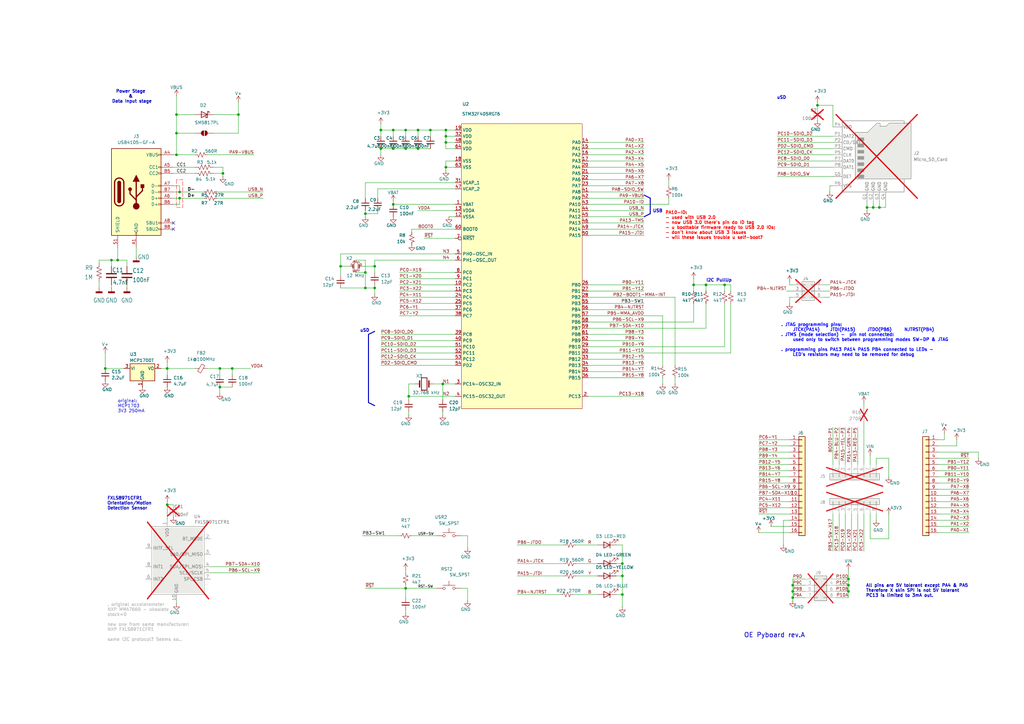
<source format=kicad_sch>
(kicad_sch (version 20250114) (generator "eeschema") (generator_version "9.0")
  (paper "A3")
  (text "I2C PullUp" (at 294.894 115.062 0) (effects (font (size 1.27 1.27) (thickness 0.254) (bold yes))))
  (text "USB" (at 269.748 86.614 0) (effects (font (size 1.27 1.27) (thickness 0.254) (bold yes))))
  (text "original:\nMCP1703 \n3V3 250mA" (at 48.26 166.624 0) (effects (font (size 1.27 1.27)) (justify left)))
  (text "All pins are 5V tolerant except PA4 & PA5\nTherefore X skin SPI is not 5V tolerant\nPC13 is limited to 3mA out." (at 355.092 242.316 0) (effects (font (size 1.27 1.27) (thickness 0.254) (bold yes)) (justify left)))
  (text "uSD" (at 149.606 135.636 0) (effects (font (size 1.27 1.27) (thickness 0.254) (bold yes))))
  (text "OE Pyboard rev.A" (at 305.054 260.604 0) (effects (font (size 1.905 1.905) (thickness 0.254) (bold yes)) (justify left)))
  (text "PA10-ID: \n- used with USB 2.0\n- now USB 3.0 there's pin do ID tag\n- u boottable firmware ready to USB 2.0 IOs; \n- don't know about USB 3 issues\n- will these issues trouble u self-boot?" (at 272.796 92.456 0) (effects (font (size 1.27 1.27) (thickness 0.254) (bold yes)) (justify left)))
  (text "Power Stage \n& \nData Input stage" (at 54.102 39.624 0) (effects (font (size 1.27 1.27) (thickness 0.254) (bold yes))))
  (text ". JTAG programming pins:\n	JTCK(PA14)	JTDI(PA15)	JTDO(PB6)	NJTRST(PB4)\n. JTMS (mode selection) -  pin not connected: \n	used only to switch between programming modes SW-DP & JTAG\n\n. programming pins PA13 PA14 PA15 PB4 connected to LEDs - \n	LED's resistors may need to be removed for debug\n\n" (at 320.294 140.462 0) (effects (font (size 1.27 1.27) (thickness 0.254) (bold yes)) (justify left)))
  (text "FXLS8971CFR1\nOrientation/Motion\nDetection Sensor\n" (at 43.942 206.502 0) (effects (font (size 1.27 1.27) (thickness 0.254) (bold yes)) (justify left)))
  (text "uSD" (at 320.548 40.132 0) (effects (font (size 1.27 1.27) (thickness 0.254) (bold yes))))
  (text ". original accelerometer\nNXP MMA7660 - obsolete \nstock=0\n\nnew one from same manufacturer:\nNXP FXLS8971CFR1\n\nsame I2C protocol? Seems so..\n" (at 43.942 255.27 0) (effects (font (size 1.27 1.27) (thickness 0.254) (bold yes)) (justify left)))
  (junction (at 355.6 85.09))
  (junction (at 284.48 116.84))
  (junction (at 90.17 151.13))
  (junction (at 139.7 109.22))
  (junction (at 149.86 87.63))
  (junction (at 161.29 83.82))
  (junction (at 255.27 231.14))
  (junction (at 72.39 54.61))
  (junction (at 156.21 60.96))
  (junction (at 90.17 158.75))
  (junction (at 45.72 106.68))
  (junction (at 167.64 162.56))
  (junction (at 73.66 81.28))
  (junction (at 255.27 243.84))
  (junction (at 149.86 118.11))
  (junction (at 182.88 53.34))
  (junction (at 91.44 71.12))
  (junction (at 68.58 207.01))
  (junction (at 358.14 85.09))
  (junction (at 171.45 53.34))
  (junction (at 95.25 151.13))
  (junction (at 171.45 60.96))
  (junction (at 347.98 242.57))
  (junction (at 182.88 68.58))
  (junction (at 289.56 116.84))
  (junction (at 156.21 53.34))
  (junction (at 72.39 63.5))
  (junction (at 347.98 237.49))
  (junction (at 182.88 55.88))
  (junction (at 43.18 151.13))
  (junction (at 166.37 60.96))
  (junction (at 153.67 109.22))
  (junction (at 161.29 53.34))
  (junction (at 176.53 53.34))
  (junction (at 325.12 245.11))
  (junction (at 68.58 151.13))
  (junction (at 97.79 46.99))
  (junction (at 182.88 58.42))
  (junction (at 325.12 242.57))
  (junction (at 161.29 60.96))
  (junction (at 166.37 241.3))
  (junction (at 181.61 157.48))
  (junction (at 325.12 240.03))
  (junction (at 335.28 43.18))
  (junction (at 153.67 118.11))
  (junction (at 72.39 46.99))
  (junction (at 149.86 111.76))
  (junction (at 73.66 78.74))
  (junction (at 166.37 53.34))
  (junction (at 48.26 106.68))
  (junction (at 297.18 116.84))
  (junction (at 347.98 240.03))
  (junction (at 360.68 85.09))
  (junction (at 255.27 236.22))
  (no_connect (at 71.12 91.44))
  (no_connect (at 71.12 93.98))
  (wire (pts (xy 335.28 43.18) (xy 341.63 43.18)))
  (wire (pts (xy 186.69 129.54) (xy 163.83 129.54)))
  (wire (pts (xy 182.88 66.04) (xy 186.69 66.04)))
  (wire (pts (xy 392.43 180.34) (xy 392.43 182.88)))
  (wire (pts (xy 340.36 121.92) (xy 337.82 121.92)))
  (wire (pts (xy 325.12 237.49) (xy 325.12 240.03)))
  (wire (pts (xy 86.36 234.95) (xy 106.68 234.95)))
  (wire (pts (xy 166.37 241.3) (xy 166.37 245.11)))
  (wire (pts (xy 241.3 132.08) (xy 284.48 132.08)))
  (wire (pts (xy 85.09 151.13) (xy 90.17 151.13)))
  (wire (pts (xy 355.6 82.55) (xy 355.6 85.09)))
  (wire (pts (xy 166.37 240.03) (xy 166.37 241.3)))
  (wire (pts (xy 161.29 60.96) (xy 156.21 60.96)))
  (wire (pts (xy 325.12 237.49) (xy 330.2 237.49)))
  (wire (pts (xy 90.17 158.75) (xy 95.25 158.75)))
  (wire (pts (xy 241.3 124.46) (xy 264.16 124.46)))
  (wire (pts (xy 139.7 118.11) (xy 149.86 118.11)))
  (wire (pts (xy 186.69 119.38) (xy 163.83 119.38)))
  (wire (pts (xy 297.18 116.84) (xy 299.72 116.84)))
  (wire (pts (xy 176.53 53.34) (xy 176.53 55.88)))
  (wire (pts (xy 154.94 87.63) (xy 149.86 87.63)))
  (wire (pts (xy 384.81 187.96) (xy 397.51 187.96)))
  (wire (pts (xy 241.3 134.62) (xy 289.56 134.62)))
  (wire (pts (xy 384.81 208.28) (xy 397.51 208.28)))
  (wire (pts (xy 325.12 242.57) (xy 330.2 242.57)))
  (wire (pts (xy 182.88 55.88) (xy 182.88 53.34)))
  (wire (pts (xy 284.48 116.84) (xy 289.56 116.84)))
  (wire (pts (xy 311.15 185.42) (xy 323.85 185.42)))
  (wire (pts (xy 72.39 46.99) (xy 72.39 54.61)))
  (wire (pts (xy 344.17 210.82) (xy 344.17 226.06)))
  (wire (pts (xy 48.26 106.68) (xy 52.07 106.68)) (stroke (width 0.1524)))
  (wire (pts (xy 156.21 50.8) (xy 156.21 53.34)))
  (wire (pts (xy 340.36 119.38) (xy 337.82 119.38)))
  (wire (pts (xy 212.09 231.14) (xy 231.14 231.14)))
  (wire (pts (xy 52.07 116.84) (xy 52.07 118.11)))
  (wire (pts (xy 167.64 157.48) (xy 170.18 157.48)))
  (wire (pts (xy 276.86 121.92) (xy 276.86 149.86)))
  (wire (pts (xy 241.3 96.52) (xy 264.16 96.52)))
  (wire (pts (xy 167.64 162.56) (xy 167.64 157.48)))
  (wire (pts (xy 341.63 76.2) (xy 340.36 76.2)))
  (wire (pts (xy 325.12 245.11) (xy 330.2 245.11)))
  (wire (pts (xy 355.6 85.09) (xy 355.6 86.36)))
  (wire (pts (xy 40.64 106.68) (xy 45.72 106.68)) (stroke (width 0.1524)))
  (wire (pts (xy 186.69 124.46) (xy 163.83 124.46)))
  (wire (pts (xy 311.15 193.04) (xy 323.85 193.04)))
  (wire (pts (xy 186.69 111.76) (xy 163.83 111.76)))
  (wire (pts (xy 97.79 46.99) (xy 87.63 46.99)))
  (wire (pts (xy 66.04 151.13) (xy 68.58 151.13)))
  (wire (pts (xy 341.63 175.26) (xy 341.63 190.5)))
  (wire (pts (xy 358.14 82.55) (xy 358.14 85.09)))
  (wire (pts (xy 325.12 240.03) (xy 325.12 242.57)))
  (wire (pts (xy 234.95 243.84) (xy 245.11 243.84)))
  (wire (pts (xy 149.86 87.63) (xy 149.86 88.9)))
  (wire (pts (xy 161.29 53.34) (xy 166.37 53.34)))
  (wire (pts (xy 166.37 241.3) (xy 179.07 241.3)))
  (wire (pts (xy 384.81 203.2) (xy 397.51 203.2)))
  (wire (pts (xy 189.23 219.71) (xy 191.77 219.71)))
  (wire (pts (xy 71.12 81.28) (xy 73.66 81.28)))
  (wire (pts (xy 161.29 83.82) (xy 186.69 83.82)))
  (wire (pts (xy 87.63 71.12) (xy 91.44 71.12)))
  (wire (pts (xy 311.15 195.58) (xy 323.85 195.58)))
  (wire (pts (xy 153.67 106.68) (xy 153.67 109.22)))
  (wire (pts (xy 384.81 218.44) (xy 397.51 218.44)))
  (wire (pts (xy 87.63 54.61) (xy 97.79 54.61)))
  (wire (pts (xy 274.32 81.28) (xy 274.32 83.82)))
  (wire (pts (xy 311.15 180.34) (xy 323.85 180.34)))
  (wire (pts (xy 177.8 157.48) (xy 181.61 157.48)))
  (wire (pts (xy 146.05 111.76) (xy 149.86 111.76)))
  (wire (pts (xy 384.81 193.04) (xy 397.51 193.04)))
  (wire (pts (xy 323.85 115.57) (xy 323.85 116.84)))
  (wire (pts (xy 182.88 60.96) (xy 182.88 58.42)))
  (wire (pts (xy 276.86 154.94) (xy 276.86 157.48)))
  (wire (pts (xy 349.25 190.5) (xy 349.25 175.26)))
  (wire (pts (xy 241.3 93.98) (xy 264.16 93.98)))
  (wire (pts (xy 241.3 142.24) (xy 297.18 142.24)))
  (polyline (pts (xy 264.16 88.9) (xy 266.7 87.63)) (stroke (width 0.4)))
  (wire (pts (xy 299.72 116.84) (xy 299.72 119.38)))
  (wire (pts (xy 321.31 213.36) (xy 321.31 223.52)))
  (wire (pts (xy 335.28 41.91) (xy 335.28 43.18)))
  (wire (pts (xy 156.21 53.34) (xy 161.29 53.34)))
  (wire (pts (xy 325.12 245.11) (xy 325.12 246.38)))
  (wire (pts (xy 182.88 58.42) (xy 186.69 58.42)))
  (wire (pts (xy 241.3 129.54) (xy 271.78 129.54)))
  (wire (pts (xy 384.81 198.12) (xy 397.51 198.12)))
  (wire (pts (xy 168.91 93.98) (xy 186.69 93.98)))
  (wire (pts (xy 45.72 118.11) (xy 45.72 116.84)) (stroke (width 0.1524)))
  (wire (pts (xy 186.69 144.78) (xy 156.21 144.78)))
  (wire (pts (xy 182.88 53.34) (xy 186.69 53.34)))
  (wire (pts (xy 153.67 111.76) (xy 153.67 109.22)))
  (wire (pts (xy 341.63 72.39) (xy 318.77 72.39)))
  (wire (pts (xy 311.15 203.2) (xy 323.85 203.2)))
  (wire (pts (xy 387.35 177.8) (xy 387.35 180.34)))
  (wire (pts (xy 340.36 116.84) (xy 337.82 116.84)))
  (wire (pts (xy 40.64 115.57) (xy 40.64 118.11)) (stroke (width 0.1524)))
  (wire (pts (xy 176.53 53.34) (xy 182.88 53.34)))
  (wire (pts (xy 364.49 210.82) (xy 364.49 220.98)))
  (wire (pts (xy 71.12 76.2) (xy 73.66 76.2)))
  (wire (pts (xy 166.37 251.46) (xy 166.37 250.19)))
  (wire (pts (xy 73.66 81.28) (xy 83.82 81.28)))
  (wire (pts (xy 384.81 195.58) (xy 397.51 195.58)))
  (wire (pts (xy 241.3 91.44) (xy 264.16 91.44)))
  (wire (pts (xy 364.49 220.98) (xy 356.87 220.98)))
  (wire (pts (xy 45.72 106.68) (xy 45.72 109.22)) (stroke (width 0.1524)))
  (wire (pts (xy 52.07 106.68) (xy 52.07 109.22)) (stroke (width 0.1524)))
  (wire (pts (xy 241.3 78.74) (xy 264.16 78.74)))
  (wire (pts (xy 323.85 121.92) (xy 325.12 121.92)))
  (wire (pts (xy 212.09 243.84) (xy 229.87 243.84)))
  (wire (pts (xy 384.81 182.88) (xy 392.43 182.88)))
  (wire (pts (xy 384.81 210.82) (xy 397.51 210.82)))
  (wire (pts (xy 274.32 73.66) (xy 274.32 76.2)))
  (wire (pts (xy 321.31 213.36) (xy 323.85 213.36)))
  (wire (pts (xy 186.69 137.16) (xy 156.21 137.16)))
  (wire (pts (xy 181.61 168.91) (xy 181.61 170.18)))
  (wire (pts (xy 335.28 43.18) (xy 335.28 44.45)))
  (wire (pts (xy 341.63 210.82) (xy 341.63 226.06)))
  (wire (pts (xy 344.17 175.26) (xy 344.17 190.5)))
  (wire (pts (xy 341.63 58.42) (xy 318.77 58.42)))
  (polyline (pts (xy 151.13 137.16) (xy 151.13 165.1)) (stroke (width 0.4) (type solid)))
  (wire (pts (xy 186.69 127) (xy 163.83 127)))
  (wire (pts (xy 171.45 53.34) (xy 176.53 53.34)))
  (wire (pts (xy 360.68 85.09) (xy 358.14 85.09)))
  (wire (pts (xy 139.7 109.22) (xy 139.7 113.03)))
  (wire (pts (xy 88.9 78.74) (xy 107.95 78.74)))
  (wire (pts (xy 356.87 210.82) (xy 356.87 220.98)))
  (wire (pts (xy 342.9 242.57) (xy 347.98 242.57)))
  (wire (pts (xy 149.86 74.93) (xy 149.86 81.28)))
  (wire (pts (xy 241.3 147.32) (xy 264.16 147.32)))
  (wire (pts (xy 153.67 106.68) (xy 186.69 106.68)))
  (wire (pts (xy 356.87 190.5) (xy 356.87 186.69)))
  (wire (pts (xy 241.3 83.82) (xy 274.32 83.82)))
  (wire (pts (xy 342.9 237.49) (xy 347.98 237.49)))
  (wire (pts (xy 186.69 116.84) (xy 163.83 116.84)))
  (wire (pts (xy 241.3 154.94) (xy 264.16 154.94)))
  (wire (pts (xy 241.3 119.38) (xy 264.16 119.38)))
  (wire (pts (xy 153.67 120.65) (xy 153.67 118.11)))
  (wire (pts (xy 384.81 213.36) (xy 397.51 213.36)))
  (wire (pts (xy 255.27 243.84) (xy 255.27 248.92)))
  (wire (pts (xy 153.67 109.22) (xy 148.59 109.22)))
  (wire (pts (xy 153.67 116.84) (xy 153.67 118.11)))
  (wire (pts (xy 325.12 242.57) (xy 325.12 245.11)))
  (wire (pts (xy 97.79 41.91) (xy 97.79 46.99)))
  (wire (pts (xy 191.77 241.3) (xy 191.77 246.38)))
  (wire (pts (xy 347.98 237.49) (xy 347.98 240.03)))
  (wire (pts (xy 166.37 60.96) (xy 161.29 60.96)))
  (wire (pts (xy 68.58 148.59) (xy 68.58 151.13)))
  (wire (pts (xy 271.78 154.94) (xy 271.78 157.48)))
  (wire (pts (xy 182.88 66.04) (xy 182.88 68.58)))
  (wire (pts (xy 322.58 119.38) (xy 325.12 119.38)))
  (wire (pts (xy 341.63 63.5) (xy 318.77 63.5)))
  (wire (pts (xy 71.12 207.01) (xy 68.58 207.01)))
  (wire (pts (xy 176.53 60.96) (xy 171.45 60.96)))
  (wire (pts (xy 85.09 63.5) (xy 104.14 63.5)))
  (wire (pts (xy 168.91 95.25) (xy 168.91 93.98)))
  (wire (pts (xy 299.72 144.78) (xy 299.72 124.46)))
  (wire (pts (xy 241.3 86.36) (xy 264.16 86.36)))
  (wire (pts (xy 255.27 231.14) (xy 255.27 236.22)))
  (wire (pts (xy 384.81 180.34) (xy 387.35 180.34)))
  (wire (pts (xy 255.27 236.22) (xy 255.27 243.84)))
  (wire (pts (xy 363.22 82.55) (xy 363.22 85.09)))
  (wire (pts (xy 90.17 161.29) (xy 90.17 158.75)))
  (wire (pts (xy 73.66 81.28) (xy 73.66 83.82)))
  (wire (pts (xy 363.22 85.09) (xy 360.68 85.09)))
  (wire (pts (xy 241.3 116.84) (xy 264.16 116.84)))
  (polyline (pts (xy 153.67 166.37) (xy 151.13 165.1)) (stroke (width 0.4)))
  (wire (pts (xy 346.71 190.5) (xy 346.71 175.26)))
  (wire (pts (xy 241.3 71.12) (xy 264.16 71.12)))
  (wire (pts (xy 311.15 182.88) (xy 323.85 182.88)))
  (wire (pts (xy 311.15 210.82) (xy 323.85 210.82)))
  (wire (pts (xy 241.3 149.86) (xy 264.16 149.86)))
  (wire (pts (xy 241.3 127) (xy 264.16 127)))
  (wire (pts (xy 212.09 223.52) (xy 231.14 223.52)))
  (wire (pts (xy 284.48 132.08) (xy 284.48 124.46)))
  (wire (pts (xy 346.71 210.82) (xy 346.71 226.06)))
  (wire (pts (xy 252.73 223.52) (xy 255.27 223.52)))
  (wire (pts (xy 354.33 165.1) (xy 354.33 167.64)))
  (wire (pts (xy 384.81 205.74) (xy 397.51 205.74)))
  (wire (pts (xy 171.45 60.96) (xy 166.37 60.96)))
  (wire (pts (xy 167.64 168.91) (xy 167.64 170.18)))
  (wire (pts (xy 149.86 241.3) (xy 166.37 241.3)))
  (wire (pts (xy 271.78 129.54) (xy 271.78 149.86)))
  (wire (pts (xy 359.41 190.5) (xy 359.41 187.96)))
  (wire (pts (xy 241.3 144.78) (xy 299.72 144.78)))
  (wire (pts (xy 241.3 139.7) (xy 264.16 139.7)))
  (wire (pts (xy 149.86 74.93) (xy 186.69 74.93)))
  (wire (pts (xy 91.44 71.12) (xy 91.44 72.39)))
  (wire (pts (xy 241.3 73.66) (xy 264.16 73.66)))
  (wire (pts (xy 171.45 86.36) (xy 186.69 86.36)))
  (wire (pts (xy 91.44 68.58) (xy 91.44 71.12)))
  (wire (pts (xy 289.56 116.84) (xy 289.56 119.38)))
  (wire (pts (xy 154.94 77.47) (xy 186.69 77.47)))
  (wire (pts (xy 241.3 76.2) (xy 264.16 76.2)))
  (wire (pts (xy 311.15 187.96) (xy 323.85 187.96)))
  (wire (pts (xy 186.69 60.96) (xy 182.88 60.96)))
  (wire (pts (xy 316.23 215.9) (xy 323.85 215.9)))
  (wire (pts (xy 167.64 162.56) (xy 186.69 162.56)))
  (wire (pts (xy 241.3 137.16) (xy 264.16 137.16)))
  (wire (pts (xy 168.91 219.71) (xy 179.07 219.71)))
  (wire (pts (xy 72.39 63.5) (xy 80.01 63.5)))
  (wire (pts (xy 171.45 53.34) (xy 171.45 55.88)))
  (wire (pts (xy 68.58 205.74) (xy 68.58 207.01)))
  (wire (pts (xy 161.29 82.55) (xy 161.29 83.82)))
  (wire (pts (xy 311.15 190.5) (xy 323.85 190.5)))
  (wire (pts (xy 186.69 121.92) (xy 163.83 121.92)))
  (wire (pts (xy 72.39 54.61) (xy 72.39 63.5)))
  (wire (pts (xy 252.73 231.14) (xy 255.27 231.14)))
  (wire (pts (xy 181.61 157.48) (xy 186.69 157.48)))
  (wire (pts (xy 358.14 85.09) (xy 355.6 85.09)))
  (wire (pts (xy 68.58 153.67) (xy 68.58 151.13)))
  (wire (pts (xy 71.12 71.12) (xy 80.01 71.12)))
  (wire (pts (xy 284.48 116.84) (xy 284.48 119.38)))
  (wire (pts (xy 189.23 241.3) (xy 191.77 241.3)))
  (wire (pts (xy 40.64 106.68) (xy 40.64 107.95)) (stroke (width 0.1524)))
  (wire (pts (xy 241.3 81.28) (xy 264.16 81.28)))
  (wire (pts (xy 311.15 218.44) (xy 323.85 218.44)))
  (wire (pts (xy 289.56 116.84) (xy 297.18 116.84)))
  (wire (pts (xy 72.39 54.61) (xy 80.01 54.61)))
  (wire (pts (xy 255.27 223.52) (xy 255.27 231.14)))
  (wire (pts (xy 241.3 162.56) (xy 264.16 162.56)))
  (wire (pts (xy 71.12 68.58) (xy 80.01 68.58)))
  (wire (pts (xy 68.58 151.13) (xy 80.01 151.13)))
  (wire (pts (xy 297.18 116.84) (xy 297.18 119.38)))
  (wire (pts (xy 68.58 207.01) (xy 68.58 213.36)))
  (wire (pts (xy 72.39 39.37) (xy 72.39 46.99)))
  (wire (pts (xy 71.12 63.5) (xy 72.39 63.5)))
  (wire (pts (xy 55.88 101.6) (xy 55.88 105.41)))
  (wire (pts (xy 95.25 151.13) (xy 90.17 151.13)))
  (wire (pts (xy 48.26 101.6) (xy 48.26 106.68)))
  (wire (pts (xy 182.88 55.88) (xy 186.69 55.88)))
  (wire (pts (xy 146.05 106.68) (xy 149.86 106.68)))
  (wire (pts (xy 241.3 121.92) (xy 276.86 121.92)))
  (wire (pts (xy 156.21 63.5) (xy 156.21 60.96)))
  (wire (pts (xy 139.7 104.14) (xy 186.69 104.14)))
  (wire (pts (xy 186.69 149.86) (xy 156.21 149.86)))
  (wire (pts (xy 341.63 68.58) (xy 318.77 68.58)))
  (wire (pts (xy 354.33 190.5) (xy 354.33 172.72)))
  (wire (pts (xy 149.86 111.76) (xy 149.86 118.11)))
  (wire (pts (xy 166.37 233.68) (xy 166.37 234.95)))
  (wire (pts (xy 154.94 86.36) (xy 154.94 87.63)))
  (wire (pts (xy 191.77 219.71) (xy 191.77 224.79)))
  (wire (pts (xy 139.7 104.14) (xy 139.7 109.22)))
  (wire (pts (xy 342.9 240.03) (xy 347.98 240.03)))
  (polyline (pts (xy 264.16 80.01) (xy 266.7 81.28)) (stroke (width 0.4)))
  (wire (pts (xy 241.3 152.4) (xy 264.16 152.4)))
  (wire (pts (xy 351.79 190.5) (xy 351.79 175.26)))
  (wire (pts (xy 139.7 109.22) (xy 143.51 109.22)))
  (wire (pts (xy 341.63 66.04) (xy 318.77 66.04)))
  (polyline (pts (xy 153.67 135.89) (xy 151.13 137.16)) (stroke (width 0.4)))
  (wire (pts (xy 43.18 151.13) (xy 50.8 151.13)))
  (wire (pts (xy 284.48 114.3) (xy 284.48 116.84)))
  (wire (pts (xy 161.29 53.34) (xy 161.29 55.88)))
  (wire (pts (xy 241.3 88.9) (xy 264.16 88.9)))
  (wire (pts (xy 95.25 151.13) (xy 95.25 153.67)))
  (wire (pts (xy 184.15 88.9) (xy 186.69 88.9)))
  (wire (pts (xy 86.36 232.41) (xy 106.68 232.41)))
  (wire (pts (xy 186.69 114.3) (xy 163.83 114.3)))
  (wire (pts (xy 241.3 68.58) (xy 264.16 68.58)))
  (wire (pts (xy 311.15 208.28) (xy 323.85 208.28)))
  (wire (pts (xy 156.21 53.34) (xy 156.21 55.88)))
  (wire (pts (xy 43.18 144.78) (xy 43.18 151.13)))
  (wire (pts (xy 364.49 187.96) (xy 359.41 187.96)))
  (wire (pts (xy 340.36 76.2) (xy 340.36 78.74)))
  (wire (pts (xy 182.88 68.58) (xy 186.69 68.58)))
  (wire (pts (xy 241.3 63.5) (xy 264.16 63.5)))
  (wire (pts (xy 311.15 205.74) (xy 323.85 205.74)))
  (wire (pts (xy 97.79 54.61) (xy 97.79 46.99)))
  (wire (pts (xy 154.94 77.47) (xy 154.94 81.28)))
  (wire (pts (xy 80.01 46.99) (xy 72.39 46.99)))
  (wire (pts (xy 323.85 121.92) (xy 323.85 124.46)))
  (wire (pts (xy 167.64 162.56) (xy 167.64 163.83)))
  (wire (pts (xy 384.81 185.42) (xy 401.32 185.42)))
  (wire (pts (xy 73.66 76.2) (xy 73.66 78.74)))
  (wire (pts (xy 91.44 68.58) (xy 87.63 68.58)))
  (wire (pts (xy 149.86 106.68) (xy 149.86 111.76)))
  (wire (pts (xy 186.69 142.24) (xy 156.21 142.24)))
  (wire (pts (xy 181.61 157.48) (xy 181.61 163.83)))
  (wire (pts (xy 90.17 151.13) (xy 90.17 153.67)))
  (wire (pts (xy 173.99 97.79) (xy 186.69 97.79)))
  (wire (pts (xy 45.72 106.68) (xy 48.26 106.68)) (stroke (width 0.1524)))
  (wire (pts (xy 384.81 190.5) (xy 397.51 190.5)))
  (wire (pts (xy 384.81 215.9) (xy 397.51 215.9)))
  (wire (pts (xy 71.12 78.74) (xy 73.66 78.74)))
  (wire (pts (xy 186.69 147.32) (xy 156.21 147.32)))
  (wire (pts (xy 186.69 139.7) (xy 156.21 139.7)))
  (wire (pts (xy 347.98 240.03) (xy 347.98 242.57)))
  (wire (pts (xy 241.3 58.42) (xy 264.16 58.42)))
  (wire (pts (xy 401.32 185.42) (xy 401.32 187.96)))
  (wire (pts (xy 289.56 134.62) (xy 289.56 124.46)))
  (wire (pts (xy 341.63 52.07) (xy 341.63 43.18)))
  (wire (pts (xy 236.22 231.14) (xy 245.11 231.14)))
  (wire (pts (xy 212.09 236.22) (xy 231.14 236.22)))
  (wire (pts (xy 297.18 142.24) (xy 297.18 124.46)))
  (wire (pts (xy 311.15 198.12) (xy 323.85 198.12)))
  (wire (pts (xy 347.98 233.68) (xy 347.98 237.49)))
  (wire (pts (xy 347.98 242.57) (xy 347.98 245.11)))
  (wire (pts (xy 71.12 83.82) (xy 73.66 83.82)))
  (wire (pts (xy 241.3 66.04) (xy 264.16 66.04)))
  (wire (pts (xy 349.25 210.82) (xy 349.25 226.06)))
  (wire (pts (xy 252.73 236.22) (xy 255.27 236.22)))
  (wire (pts (xy 236.22 236.22) (xy 245.11 236.22)))
  (wire (pts (xy 311.15 200.66) (xy 323.85 200.66)))
  (wire (pts (xy 182.88 68.58) (xy 182.88 69.85)))
  (wire (pts (xy 252.73 243.84) (xy 255.27 243.84)))
  (wire (pts (xy 241.3 60.96) (xy 264.16 60.96)))
  (wire (pts (xy 325.12 240.03) (xy 330.2 240.03)))
  (wire (pts (xy 359.41 210.82) (xy 359.41 213.36)))
  (wire (pts (xy 360.68 82.55) (xy 360.68 85.09)))
  (wire (pts (xy 364.49 195.58) (xy 364.49 187.96)))
  (wire (pts (xy 341.63 60.96) (xy 318.77 60.96)))
  (wire (pts (xy 341.63 55.88) (xy 318.77 55.88)))
  (polyline (pts (xy 266.7 81.28) (xy 266.7 87.63)) (stroke (width 0.4) (type solid)))
  (wire (pts (xy 323.85 116.84) (xy 325.12 116.84)))
  (wire (pts (xy 354.33 210.82) (xy 354.33 226.06)))
  (wire (pts (xy 149.86 118.11) (xy 153.67 118.11)))
  (wire (pts (xy 166.37 53.34) (xy 171.45 53.34)))
  (wire (pts (xy 236.22 223.52) (xy 245.11 223.52)))
  (wire (pts (xy 351.79 210.82) (xy 351.79 226.06)))
  (wire (pts (xy 148.59 219.71) (xy 163.83 219.71)))
  (wire (pts (xy 166.37 53.34) (xy 166.37 55.88)))
  (wire (pts (xy 88.9 81.28) (xy 107.95 81.28)))
  (wire (pts (xy 149.86 86.36) (xy 149.86 87.63)))
  (wire (pts (xy 342.9 245.11) (xy 347.98 245.11)))
  (wire (pts (xy 384.81 200.66) (xy 397.51 200.66)))
  (wire (pts (xy 73.66 78.74) (xy 83.82 78.74)))
  (wire (pts (xy 182.88 58.42) (xy 182.88 55.88)))
  (wire (pts (xy 95.25 151.13) (xy 102.87 151.13)))
  (wire (pts (xy 72.39 247.65) (xy 72.39 246.38)))
  (label "PB0-Y11" (at 264.16 116.84 180))
  (label "PC11-SDIO_D3" (at 318.77 58.42 0))
  (label "PC12-SDIO_CK" (at 318.77 63.5 0) (effects (font (thickness 0.1588))))
  (label "PC10-SDIO_D2" (at 318.77 55.88 0))
  (label "PB8-Y3" (at 311.15 185.42 0))
  (label "P10A" (at 347.98 245.11 180))
  (label "PB7-SDA-X10" (at 264.16 134.62 180))
  (label "PD2-SDIO_CMD" (at 318.77 60.96 0) (effects (font (thickness 0.1588))))
  (label "P10D" (at 347.98 237.49 180))
  (label "PC4-X11" (at 163.83 121.92 0))
  (label "PC3-X22" (at 354.33 226.06 90))
  (label "N4" (at 181.61 106.68 0))
  (label "P9B" (at 325.12 242.57 0))
  (label "PB15-Y8" (at 311.15 198.12 0))
  (label "PB7-SDA-X10" (at 106.68 232.41 180))
  (label "D+" (at 80.01 81.28 180) (effects (font (thickness 0.254) (bold yes))))
  (label "PB14-Y7" (at 311.15 195.58 0))
  (label "PA2-X3" (at 264.16 63.5 180))
  (label "PC3-X22" (at 163.83 119.38 0))
  (label "PB11-Y10" (at 264.16 144.78 180))
  (label "PA6-X7" (at 397.51 203.2 180))
  (label "P9D" (at 325.12 237.49 0))
  (label "P9C" (at 325.12 240.03 0))
  (label "PB14-Y7" (at 264.16 152.4 180))
  (label "PB10-Y9" (at 264.16 142.24 180))
  (label "D-" (at 80.01 78.74 180) (effects (font (thickness 0.254) (bold yes))))
  (label "USB_P" (at 264.16 88.9 180))
  (label "PA5-X6" (at 397.51 205.74 180))
  (label "PB4-NJTRST" (at 322.58 119.38 180))
  (label "PB13-Y6" (at 264.16 149.86 180))
  (label "PB4-BLU-P2" (at 344.17 175.26 270))
  (label "PA7-X8" (at 264.16 76.2 180))
  (label "~{RST}" (at 173.99 97.79 0))
  (label "N1" (at 181.61 157.48 0))
  (label "PA5-X6" (at 264.16 71.12 180))
  (label "PB3-SW1" (at 148.59 219.71 0))
  (label "USB_N" (at 264.16 86.36 180))
  (label "PB10-Y9" (at 397.51 198.12 180))
  (label "PC4-X11" (at 311.15 205.74 0))
  (label "PB9-Y4" (at 311.15 187.96 0))
  (label "PB4-NJTRST" (at 212.09 243.84 0))
  (label "PB0-Y11" (at 397.51 193.04 180))
  (label "PA1-X2" (at 264.16 60.96 180))
  (label "PB4-NJTRST" (at 264.16 127 180))
  (label "PB6-JTDO" (at 212.09 223.52 0))
  (label "PC6-Y1" (at 163.83 127 0))
  (label "PA3-X4" (at 264.16 66.04 180))
  (label "~{RST}" (at 149.86 241.3 0))
  (label "PC8-SDIO_D0" (at 156.21 137.16 0))
  (label "USB_P" (at 107.95 81.28 180))
  (label "BOOT0" (at 171.45 93.98 0))
  (label "PC13-X18" (at 264.16 162.56 180) (effects (font (thickness 0.1588))))
  (label "BOOT0-P1" (at 341.63 175.26 270))
  (label "VDDA" (at 171.45 86.36 0))
  (label "PB6-SCL-X9" (at 311.15 200.66 0))
  (label "PC5-X12" (at 311.15 208.28 0))
  (label "G" (at 242.57 231.14 180))
  (label "PB12-Y5" (at 311.15 190.5 0))
  (label "PC1-X20" (at 349.25 226.06 90))
  (label "PA0-X1" (at 264.16 58.42 180))
  (label "VDDA" (at 102.87 151.13 0))
  (label "PA8-SDIO_SW" (at 264.16 78.74 180))
  (label "PB6-JTDO" (at 340.36 119.38 0))
  (label "~{RST}" (at 397.51 187.96 180))
  (label "PA14-JTCK" (at 212.09 231.14 0))
  (label "P9A" (at 325.12 245.11 0))
  (label "PC8-SDIO_D0" (at 318.77 66.04 0))
  (label "PC2-X21" (at 163.83 116.84 0))
  (label "PA4-X5" (at 397.51 208.28 180))
  (label "USB_N" (at 107.95 78.74 180))
  (label "PA7-X8" (at 397.51 200.66 180))
  (label "P10C" (at 347.98 240.03 180))
  (label "N3" (at 181.61 104.14 0))
  (label "RST-SW" (at 171.45 241.3 0) (effects (font (size 1 1))))
  (label "PA15-JTDI" (at 264.16 96.52 180))
  (label "P10B" (at 347.98 242.57 180))
  (label "PB6-SCL-X9" (at 106.68 234.95 180))
  (label "PA3-X4" (at 397.51 210.82 180))
  (label "PB3-SW1" (at 264.16 124.46 180))
  (label "PC12-SDIO_CK" (at 156.21 147.32 0) (effects (font (thickness 0.1588))))
  (label "PC7-Y2" (at 163.83 129.54 0))
  (label "PA9-VBUS" (at 264.16 81.28 180))
  (label "PC10-SDIO_D2" (at 156.21 142.24 0))
  (label "~{RST}" (at 311.15 210.82 0))
  (label "PB7-SDA-X10" (at 311.15 203.2 0))
  (label "PC9-SDIO_D1" (at 156.21 139.7 0))
  (label "CC2" (at 72.39 71.12 0))
  (label "CC1" (at 72.39 68.58 0))
  (label "PC11-SDIO_D3" (at 156.21 144.78 0))
  (label "PB9-Y4" (at 264.16 139.7 180))
  (label "PC7-Y2" (at 311.15 182.88 0))
  (label "PA10-ID" (at 264.16 83.82 180))
  (label "PB11-Y10" (at 397.51 195.58 180))
  (label "PA1-X2" (at 397.51 215.9 180))
  (label "PA9-VBUS" (at 104.14 63.5 180))
  (label "PA8-SDIO_SW" (at 318.77 72.39 0))
  (label "Y" (at 242.57 236.22 180))
  (label "PA15-JTDI" (at 340.36 121.92 0))
  (label "PA6-X7" (at 264.16 73.66 180))
  (label "PA15-YEL-P3" (at 346.71 175.26 270))
  (label "PC9-SDIO_D1" (at 318.77 68.58 0))
  (label "PB1-Y12" (at 264.16 119.38 180))
  (label "PA15-JTDI" (at 212.09 236.22 0))
  (label "PC13-X18" (at 344.17 226.06 90))
  (label "PB8-Y3" (at 264.16 137.16 180))
  (label "PB6-SCL-X9" (at 264.16 132.08 180))
  (label "PC0-X19" (at 346.71 226.06 90))
  (label "N2" (at 181.61 162.56 0))
  (label "PD2-SDIO_CMD" (at 156.21 149.86 0) (effects (font (thickness 0.1588))))
  (label "PC5-X12" (at 163.83 124.46 0))
  (label "PA4-X5" (at 264.16 68.58 180))
  (label "R" (at 242.57 223.52 180))
  (label "PC6-Y1" (at 311.15 180.34 0))
  (label "PB1-Y12" (at 397.51 190.5 180))
  (label "PB12-Y5" (at 264.16 147.32 180))
  (label "PC1-X20" (at 163.83 114.3 0))
  (label "PA14-JTCK" (at 340.36 116.84 0))
  (label "PB5-MMA_AVDD" (at 264.16 129.54 180))
  (label "USR-SW" (at 171.45 219.71 0) (effects (font (size 1 1))))
  (label "PA13-TMS" (at 264.16 91.44 180))
  (label "PA14-GRN-P4" (at 349.25 175.26 270))
  (label "PC0-X19" (at 163.83 111.76 0))
  (label "PB3-SW-X17" (at 341.63 226.06 90))
  (label "PB2-BOOT1-MMA-INT" (at 273.05 121.92 180))
  (label "PB15-Y8" (at 264.16 154.94 180))
  (label "PC2-X21" (at 351.79 226.06 90))
  (label "B" (at 242.57 243.84 180))
  (label "PA13-RED-P5" (at 351.79 175.26 270))
  (label "PA14-JTCK" (at 264.16 93.98 180))
  (label "PA2-X3" (at 397.51 213.36 180))
  (label "PA0-X1" (at 397.51 218.44 180))
  (label "PB13-Y6" (at 311.15 193.04 0))
  (rule_area (polyline (pts (xy 72.39 73.66) (xy 72.39 85.09) (xy 74.93 85.09) (xy 74.93 73.66)) (stroke (width 0) (type dash))))
  (symbol (lib_id "power:GND") (at 191.77 246.38 0) (mirror y) (unit 1)
    (property "Reference" "#PWR048" (effects (hide yes)))
    (property "Value" "GND" (at 191.008 249.936 0))
    (property "Description" "Power symbol creates a global label with name \"GND\" , ground" (effects (hide yes)))
  )
  (symbol (lib_id "power:+3V3") (at 68.58 205.74 0) (unit 1)
    (property "Reference" "#PWR038" (effects (hide yes)))
    (property "Value" "+3V3" (at 69.596 201.168 0))
    (property "Description" "Power symbol creates a global label with name \"+3V3\"" (effects (hide yes)))
  )
  (symbol (lib_id "power:GND") (at 191.77 224.79 0) (mirror y) (unit 1)
    (property "Reference" "#PWR045" (effects (hide yes)))
    (property "Value" "GND" (at 191.008 228.346 0))
    (property "Description" "Power symbol creates a global label with name \"GND\" , ground" (effects (hide yes)))
  )
  (symbol (lib_id "power:GND") (at 271.78 157.48 0) (mirror y) (unit 1)
    (property "Reference" "#PWR025" (effects (hide yes)))
    (property "Value" "GND" (at 271.018 161.036 0))
    (property "Description" "Power symbol creates a global label with name \"GND\" , ground" (effects (hide yes)))
  )
  (symbol (lib_id "power:GND") (at 90.17 161.29 0) (mirror y) (unit 1)
    (property "Reference" "#PWR029" (effects (hide yes)))
    (property "Value" "GND" (at 92.71 163.83 0))
    (property "Description" "Power symbol creates a global label with name \"GND\" , ground" (effects (hide yes)))
  )
  (symbol (lib_id "power:+3V3") (at 323.85 115.57 0) (unit 1)
    (property "Reference" "#PWR019" (effects (hide yes)))
    (property "Value" "+3V3" (at 324.866 110.998 0))
    (property "Description" "Power symbol creates a global label with name \"+3V3\"" (effects (hide yes)))
  )
  (symbol (lib_id "Device:R_US") (at 40.64 111.76 0) (mirror x) (unit 1)
    (property "Reference" "R9" (at 38.1 109.855 0) (effects (font (size 1.778 1.5113)) (justify right)))
    (property "Value" "1M" (at 38.1 113.665 0) (effects (font (size 1.778 1.5113)) (justify right)))
    (property "Footprint" "Resistor_SMD:R_0402_1005Metric" (effects (hide yes)))
    (property "MPN" "CRCW04021M00FKED" (effects (hide yes)))
    (property "OEPSPN" "OEPS020026" (effects (hide yes)))
  )
  (symbol (lib_id "Device:C_Small") (at 176.53 58.42 0) (mirror y) (unit 1)
    (property "Reference" "C7" (at 176.276 56.642 0) (effects (justify left)))
    (property "Value" "100nF" (at 176.276 59.944 0) (effects (justify left)))
    (property "Footprint" "Capacitor_SMD:C_0402_1005Metric" (effects (hide yes)))
    (property "Description" "Unpolarized capacitor, small symbol" (effects (hide yes)))
    (property "MPN" "CGA2B3X7R1H104K050BB" (effects (hide yes)))
    (property "OEPSPN" "OEPS010016" (effects (hide yes)))
  )
  (symbol (lib_id "Device:R_Small_US") (at 233.68 231.14 90) (unit 1)
    (property "Reference" "R19" (at 231.394 229.616 90))
    (property "Value" "560R" (at 236.982 229.616 90))
    (property "Footprint" "Resistor_SMD:R_0402_1005Metric" (effects (hide yes)))
    (property "Description" "Resistor, small US symbol" (effects (hide yes)))
    (property "MPN" "CRCW0402560RFKED" (effects (hide yes)))
    (property "OEPSPN" "OEPS020193" (effects (hide yes)))
  )
  (symbol (lib_id "Device:R_Small_US") (at 233.68 236.22 90) (unit 1)
    (property "Reference" "R20" (at 231.394 234.696 90))
    (property "Value" "560R" (at 236.982 234.696 90))
    (property "Footprint" "Resistor_SMD:R_0402_1005Metric" (effects (hide yes)))
    (property "Description" "Resistor, small US symbol" (effects (hide yes)))
    (property "MPN" "CRCW0402560RFKED" (effects (hide yes)))
    (property "OEPSPN" "OEPS020193" (effects (hide yes)))
  )
  (symbol (lib_id "power:GND") (at 321.31 223.52 0) (mirror y) (unit 1)
    (property "Reference" "#PWR044" (effects (hide yes)))
    (property "Value" "GND" (at 323.85 226.06 0))
    (property "Description" "Power symbol creates a global label with name \"GND\" , ground" (effects (hide yes)))
  )
  (symbol (lib_id "Jumper:SolderJumper_2_Open") (at 83.82 54.61 0) (mirror x) (unit 1) (in_bom no)
    (property "Reference" "JP2" (effects (hide yes)))
    (property "Value" "0R" (effects (hide yes)))
    (property "Footprint" "Jumper:SolderJumper-2_P1.3mm_Open_RoundedPad1.0x1.5mm" (effects (hide yes)))
    (property "Description" "Solder Jumper, 2-pole, open" (effects (hide yes)))
    (property "MPN" "-" (effects (hide yes)))
    (property "OEPSPN" "OEPS00000" (effects (hide yes)))
    (property "notes" "n.a." (effects (hide yes)))
  )
  (symbol (lib_id "Device:C_Small") (at 166.37 247.65 0) (unit 1)
    (property "Reference" "C22" (at 168.91 246.3862 0) (effects (justify left)))
    (property "Value" "100nF" (at 168.91 248.9262 0) (effects (justify left)))
    (property "Footprint" "Capacitor_SMD:C_0402_1005Metric" (effects (hide yes)))
    (property "Description" "Unpolarized capacitor, small symbol" (effects (hide yes)))
    (property "MPN" "CGA2B3X7R1H104K050BB" (effects (hide yes)))
    (property "OEPSPN" "OEPS010016" (effects (hide yes)))
  )
  (symbol (lib_id "power:GND") (at 364.49 195.58 0) (mirror y) (unit 1)
    (property "Reference" "#PWR037" (effects (hide yes)))
    (property "Value" "GND" (at 367.03 198.12 0))
    (property "Description" "Power symbol creates a global label with name \"GND\" , ground" (effects (hide yes)))
  )
  (symbol (lib_id "Device:R_Small_US") (at 166.37 219.71 90) (unit 1)
    (property "Reference" "R17" (at 166.37 213.36 90))
    (property "Value" "4k7" (at 166.37 215.9 90))
    (property "Footprint" "Resistor_SMD:R_0402_1005Metric" (effects (hide yes)))
    (property "Description" "Resistor, small US symbol" (effects (hide yes)))
    (property "MPN" "ERJ-2RKF4701X" (effects (hide yes)))
    (property "OEPSPN" "OEPS020010" (effects (hide yes)))
  )
  (symbol (lib_id "power:+3V3") (at 166.37 233.68 0) (unit 1)
    (property "Reference" "#PWR046" (effects (hide yes)))
    (property "Value" "+3V3" (at 167.386 229.108 0))
    (property "Description" "Power symbol creates a global label with name \"+3V3\"" (effects (hide yes)))
  )
  (symbol (lib_id "Switch:SW_Push") (at 184.15 241.3 0) (unit 1)
    (property "Reference" "RST2" (at 185.674 233.426 0) (effects (justify right)))
    (property "Value" "SW_SPST" (at 192.786 235.712 0) (effects (justify right)))
    (property "Footprint" "Button_Switch_SMD:SW_SPST_TL3305B" (effects (hide yes)))
    (property "Description" "Push button switch" (effects (hide yes)))
    (property "MPN" "TL3305BF260QG" (effects (hide yes)))
    (property "OEPSPN" "OEPS100061" (effects (hide yes)))
  )
  (symbol (lib_id "power:GND") (at 161.29 88.9 0) (mirror y) (unit 1)
    (property "Reference" "#PWR015" (effects (hide yes)))
    (property "Value" "GND" (at 160.528 92.456 0))
    (property "Description" "Power symbol creates a global label with name \"GND\" , ground" (effects (hide yes)))
  )
  (symbol (lib_id "Device:C_Small") (at 161.29 58.42 0) (mirror y) (unit 1)
    (property "Reference" "C4" (at 161.036 56.642 0) (effects (justify left)))
    (property "Value" "100nF" (at 161.036 59.944 0) (effects (justify left)))
    (property "Footprint" "Capacitor_SMD:C_0402_1005Metric" (effects (hide yes)))
    (property "Description" "Unpolarized capacitor, small symbol" (effects (hide yes)))
    (property "MPN" "CGA2B3X7R1H104K050BB" (effects (hide yes)))
    (property "OEPSPN" "OEPS010016" (effects (hide yes)))
  )
  (symbol (lib_id "power:GNDD") (at 45.72 118.11 0) (mirror y) (unit 1)
    (property "Reference" "#GND04" (effects (hide yes)))
    (property "Value" "GND" (at 45.72 123.19 0) (effects (font (size 1.778 1.5113))))
  )
  (symbol (lib_id "Connector_Generic:Conn_01x08") (at 349.25 205.74 90) (unit 1) (in_bom no) (on_board no) (dnp yes)
    (property "Reference" "J8" (at 338.582 205.994 90) (effects (justify left)))
    (property "Value" "Conn_01x08" (effects (hide yes)))
    (property "Footprint" "Connector_PinHeader_2.54mm:PinHeader_1x08_P2.54mm_Vertical" (effects (hide yes)))
    (property "Description" "Generic connector, single row, 01x08, script generated (kicad-library-utils/schlib/autogen/connector/)" (effects (hide yes)))
    (property "MPN" "CES-116-01-T-S" (effects (hide yes)))
    (property "OEPSPN" "OEPS070110" (effects (hide yes)))
  )
  (symbol (lib_id "power:GND") (at 359.41 213.36 0) (mirror y) (unit 1)
    (property "Reference" "#PWR041" (effects (hide yes)))
    (property "Value" "GND" (at 360.172 217.424 0))
    (property "Description" "Power symbol creates a global label with name \"GND\" , ground" (effects (hide yes)))
  )
  (symbol (lib_id "power:GND") (at 355.6 86.36 0) (mirror y) (unit 1)
    (property "Reference" "#PWR013" (effects (hide yes)))
    (property "Value" "GND" (at 354.838 89.916 0))
    (property "Description" "Power symbol creates a global label with name \"GND\" , ground" (effects (hide yes)))
  )
  (symbol (lib_id "power:GND") (at 156.21 63.5 0) (mirror y) (unit 1)
    (property "Reference" "#PWR07" (effects (hide yes)))
    (property "Value" "GND" (at 155.448 67.056 0))
    (property "Description" "Power symbol creates a global label with name \"GND\" , ground" (effects (hide yes)))
  )
  (symbol (lib_id "power:GND") (at 72.39 247.65 0) (mirror y) (unit 1)
    (property "Reference" "#PWR050" (effects (hide yes)))
    (property "Value" "GND" (at 71.628 251.206 0))
    (property "Description" "Power symbol creates a global label with name \"GND\" , ground" (effects (hide yes)))
  )
  (symbol (lib_id "power:GND") (at 181.61 170.18 0) (unit 1)
    (property "Reference" "#PWR032" (effects (hide yes)))
    (property "Value" "GND" (at 182.372 173.736 0))
    (property "Description" "Power symbol creates a global label with name \"GND\" , ground" (effects (hide yes)))
  )
  (symbol (lib_id "Device:LED") (at 248.92 223.52 180) (unit 1)
    (property "Reference" "D3" (at 245.618 219.964 0))
    (property "Value" "LED-RED" (at 252.222 219.964 0))
    (property "Footprint" "LED_SMD:LED_0603_1608Metric" (effects (hide yes)))
    (property "Description" "Light emitting diode" (effects (hide yes)))
    (property "MPN" "5975004407F" (effects (hide yes)))
    (property "OEPSPN" "OEPS030006" (effects (hide yes)))
  )
  (symbol (lib_id "Device:R_Small_US") (at 297.18 121.92 0) (mirror y) (unit 1)
    (property "Reference" "R12" (at 296.164 120.65 0) (effects (justify left)))
    (property "Value" "4k7" (at 296.164 123.19 0) (effects (justify left)))
    (property "Footprint" "Resistor_SMD:R_0402_1005Metric" (effects (hide yes)))
    (property "Description" "Resistor, small US symbol" (effects (hide yes)))
    (property "MPN" "ERJ-2RKF4701X" (effects (hide yes)))
    (property "OEPSPN" "OEPS020010" (effects (hide yes)))
  )
  (symbol (lib_id "Device:C_Small") (at 171.45 58.42 0) (mirror y) (unit 1)
    (property "Reference" "C6" (at 171.196 56.642 0) (effects (justify left)))
    (property "Value" "100nF" (at 171.196 59.944 0) (effects (justify left)))
    (property "Footprint" "Capacitor_SMD:C_0402_1005Metric" (effects (hide yes)))
    (property "Description" "Unpolarized capacitor, small symbol" (effects (hide yes)))
    (property "MPN" "CGA2B3X7R1H104K050BB" (effects (hide yes)))
    (property "OEPSPN" "OEPS010016" (effects (hide yes)))
  )
  (symbol (lib_id "Device:D_Schottky") (at 83.82 46.99 0) (mirror y) (unit 1)
    (property "Reference" "D2" (at 83.312 43.18 0))
    (property "Value" "SM5817PL" (at 84.836 50.292 0))
    (property "Footprint" "Diode_SMD:D_SOD-128" (effects (hide yes)))
    (property "Description" "DIODE SCHOTTK 30V 2A SOD128/CFP5" (effects (hide yes)))
    (property "MPN" "SM5817PL-TP" (effects (hide yes)))
    (property "OEPSPN" "OEPS030030" (effects (hide yes)))
    (property "notes" "original part: 1N5819" (effects (hide yes)))
  )
  (symbol (lib_id "power:GND") (at 58.42 158.75 0) (unit 1)
    (property "Reference" "#PWR027" (effects (hide yes)))
    (property "Value" "GND" (at 59.182 162.306 0))
    (property "Description" "Power symbol creates a global label with name \"GND\" , ground" (effects (hide yes)))
  )
  (symbol (lib_id "PyBoard SymbLib:microSD Card") (at 345.44 62.23 0) (unit 1) (in_bom no) (on_board no) (dnp yes)
    (property "Reference" "J2" (at 374.65 62.8649 0) (effects (justify left)))
    (property "Value" "Micro_SD_Card" (at 374.65 65.4049 0) (effects (justify left)))
    (property "Footprint" "MicroPython FootprintLib:47571-0001_MOL" (effects (hide yes)))
    (property "Datasheet" "https://www.molex.com/en-us/products/part-detail-pdf/475710001?display=pdf" (effects (hide yes)))
    (property "Description" "Micro SD Card Socket" (effects (hide yes)))
    (property "MPN" "475710001" (effects (hide yes)))
    (property "OEPSPN" "OEPS070078" (effects (hide yes)))
  )
  (symbol (lib_id "MicroPython SymbLib:FXLS8971CFR1") (at 72.39 224.79 0) (mirror y) (unit 1) (in_bom no) (on_board no) (dnp yes)
    (property "Reference" "U4" (at 82.296 211.836 0) (effects (justify left)))
    (property "Value" "FXLS8971CFR1" (at 94.234 214.122 0) (effects (justify left)))
    (property "Footprint" "MicroPython FootprintLib:LQFN-12-3x3mm_P0.65mm" (effects (hide yes)))
    (property "Description" "3-Axis Orientation/Motion Detection Sensor" (effects (hide yes)))
    (property "MPN" "-" (effects (hide yes)))
    (property "OEPSPN" "OEPS00000" (effects (hide yes)))
  )
  (symbol (lib_id "Device:C_Small") (at 156.21 58.42 0) (mirror y) (unit 1)
    (property "Reference" "C3" (at 155.956 56.642 0) (effects (justify left)))
    (property "Value" "4.7uF" (at 155.956 59.944 0) (effects (justify left)))
    (property "Footprint" "Capacitor_SMD:C_0603_1608Metric" (effects (hide yes)))
    (property "Description" "Unpolarized capacitor, small symbol" (effects (hide yes)))
    (property "MPN" "C1608X6S1C475K080AC" (effects (hide yes)))
    (property "OEPSPN" "OEPS010018" (effects (hide yes)))
  )
  (symbol (lib_id "Device:R_Small_US") (at 299.72 121.92 0) (mirror y) (unit 1)
    (property "Reference" "R13" (at 302.26 120.6499 0) (effects (justify right)))
    (property "Value" "4k7" (at 302.26 123.1899 0) (effects (justify right)))
    (property "Footprint" "Resistor_SMD:R_0402_1005Metric" (effects (hide yes)))
    (property "Description" "Resistor, small US symbol" (effects (hide yes)))
    (property "MPN" "ERJ-2RKF4701X" (effects (hide yes)))
    (property "OEPSPN" "OEPS020010" (effects (hide yes)))
  )
  (symbol (lib_id "power:+3V3") (at 274.32 73.66 0) (unit 1)
    (property "Reference" "#PWR010" (effects (hide yes)))
    (property "Value" "+3V3" (at 275.336 69.088 0))
    (property "Description" "Power symbol creates a global label with name \"+3V3\"" (effects (hide yes)))
  )
  (symbol (lib_id "power:GND") (at 335.28 49.53 0) (mirror y) (unit 1)
    (property "Reference" "#PWR05" (effects (hide yes)))
    (property "Value" "GND" (at 334.518 53.086 0))
    (property "Description" "Power symbol creates a global label with name \"GND\" , ground" (effects (hide yes)))
  )
  (symbol (lib_id "power:GND") (at 401.32 187.96 0) (mirror y) (unit 1)
    (property "Reference" "#PWR036" (effects (hide yes)))
    (property "Value" "GND" (at 403.86 190.5 0))
    (property "Description" "Power symbol creates a global label with name \"GND\" , ground" (effects (hide yes)))
  )
  (symbol (lib_id "power:+5V") (at 161.29 82.55 0) (unit 1)
    (property "Reference" "#PWR012" (effects (hide yes)))
    (property "Value" "VBAT" (at 161.29 78.994 0))
    (property "Description" "Power symbol creates a global label with name \"+5V\"" (effects (hide yes)))
  )
  (symbol (lib_id "Device:R_Small_US") (at 271.78 152.4 0) (mirror y) (unit 1)
    (property "Reference" "R14" (at 270.764 151.13 0) (effects (justify left)))
    (property "Value" "100k" (at 270.764 153.67 0) (effects (justify left)))
    (property "Footprint" "Resistor_SMD:R_0402_1005Metric" (effects (hide yes)))
    (property "Description" "Resistor, small US symbol" (effects (hide yes)))
    (property "MPN" "AC0402FR-07100KL" (effects (hide yes)))
    (property "OEPSPN" "OEPS020051" (effects (hide yes)))
  )
  (symbol (lib_id "Connector_Generic:Conn_01x08") (at 349.25 195.58 90) (mirror x) (unit 1) (in_bom no) (on_board no) (dnp yes)
    (property "Reference" "J5" (at 338.582 195.326 90) (effects (justify left)))
    (property "Value" "Conn_01x08" (effects (hide yes)))
    (property "Footprint" "Connector_PinHeader_2.54mm:PinHeader_1x08_P2.54mm_Vertical" (effects (hide yes)))
    (property "Description" "Generic connector, single row, 01x08, script generated (kicad-library-utils/schlib/autogen/connector/)" (effects (hide yes)))
    (property "MPN" "CES-116-01-T-S" (effects (hide yes)))
    (property "OEPSPN" "OEPS070110" (effects (hide yes)))
  )
  (symbol (lib_id "power:GND") (at 182.88 69.85 0) (mirror y) (unit 1)
    (property "Reference" "#PWR08" (effects (hide yes)))
    (property "Value" "GND" (at 182.118 73.406 0))
    (property "Description" "Power symbol creates a global label with name \"GND\" , ground" (effects (hide yes)))
  )
  (symbol (lib_id "Device:C_Small") (at 161.29 86.36 0) (unit 1)
    (property "Reference" "C10" (at 163.83 85.0962 0) (effects (justify left)))
    (property "Value" "100nF" (at 163.83 87.6362 0) (effects (justify left)))
    (property "Footprint" "Capacitor_SMD:C_0402_1005Metric" (effects (hide yes)))
    (property "Description" "Unpolarized capacitor, small symbol" (effects (hide yes)))
    (property "MPN" "CGA2B3X7R1H104K050BB" (effects (hide yes)))
    (property "OEPSPN" "OEPS010016" (effects (hide yes)))
  )
  (symbol (lib_id "power:GNDD") (at 55.88 105.41 0) (mirror y) (unit 1)
    (property "Reference" "#GND02" (effects (hide yes)))
    (property "Value" "GND" (at 58.928 105.41 0) (effects (font (size 1.778 1.5113))))
  )
  (symbol (lib_id "Switch:SW_Push") (at 184.15 219.71 0) (unit 1)
    (property "Reference" "USR2" (at 180.848 212.09 0))
    (property "Value" "SW_SPST" (at 184.15 214.63 0))
    (property "Footprint" "Button_Switch_SMD:SW_SPST_TL3305B" (effects (hide yes)))
    (property "Description" "Push button switch" (effects (hide yes)))
    (property "MPN" "TL3305BF260QG" (effects (hide yes)))
    (property "OEPSPN" "OEPS100061" (effects (hide yes)))
  )
  (symbol (lib_id "Device:C_Small") (at 167.64 166.37 0) (mirror y) (unit 1)
    (property "Reference" "C19" (at 165.1 165.1062 0) (effects (justify left)))
    (property "Value" "12pF" (at 165.1 167.6462 0) (effects (justify left)))
    (property "Footprint" "Capacitor_SMD:C_0402_1005Metric" (effects (hide yes)))
    (property "Description" "Unpolarized capacitor, small symbol" (effects (hide yes)))
    (property "MPN" "GRM1555C1H120JA01D" (effects (hide yes)))
    (property "OEPSPN" "OEPS010086" (effects (hide yes)))
  )
  (symbol (lib_id "Device:R_Small_US") (at 276.86 152.4 0) (unit 1)
    (property "Reference" "R15" (at 277.876 151.384 0) (effects (justify left)))
    (property "Value" "100k" (at 277.876 153.924 0) (effects (justify left)))
    (property "Footprint" "Resistor_SMD:R_0402_1005Metric" (effects (hide yes)))
    (property "Description" "Resistor, small US symbol" (effects (hide yes)))
    (property "MPN" "AC0402FR-07100KL" (effects (hide yes)))
    (property "OEPSPN" "OEPS020051" (effects (hide yes)))
  )
  (symbol (lib_id "power:+5V") (at 387.35 177.8 0) (unit 1)
    (property "Reference" "#PWR033" (effects (hide yes)))
    (property "Value" "V+" (at 387.35 174.244 0))
    (property "Description" "Power symbol creates a global label with name \"+5V\"" (effects (hide yes)))
  )
  (symbol (lib_id "Device:R_Small_US") (at 86.36 78.74 270) (unit 1)
    (property "Reference" "R5" (at 83.82 80.01 90))
    (property "Value" "27R" (at 89.916 80.01 90))
    (property "Footprint" "Resistor_SMD:R_0402_1005Metric" (effects (hide yes)))
    (property "Description" "Resistor, small US symbol" (effects (hide yes)))
    (property "MPN" "RMCF0402FT27R0" (effects (hide yes)))
    (property "OEPSPN" "OEPS020170" (effects (hide yes)))
  )
  (symbol (lib_id "power:+3V3") (at 284.48 114.3 0) (unit 1)
    (property "Reference" "#PWR018" (effects (hide yes)))
    (property "Value" "+3V3" (at 285.496 109.728 0))
    (property "Description" "Power symbol creates a global label with name \"+3V3\"" (effects (hide yes)))
  )
  (symbol (lib_id "Device:R_Small_US") (at 232.41 243.84 90) (unit 1)
    (property "Reference" "R22" (at 230.124 242.316 90))
    (property "Value" "270R" (at 235.712 242.316 90))
    (property "Footprint" "Resistor_SMD:R_0402_1005Metric" (effects (hide yes)))
    (property "Description" "Resistor, small US symbol" (effects (hide yes)))
    (property "MPN" "CRCW0402270RFKEDC" (effects (hide yes)))
    (property "OEPSPN" "OEPS020060" (effects (hide yes)))
  )
  (symbol (lib_id "power:GND") (at 323.85 124.46 0) (mirror y) (unit 1)
    (property "Reference" "#PWR021" (effects (hide yes)))
    (property "Value" "GND" (at 323.088 128.016 0))
    (property "Description" "Power symbol creates a global label with name \"GND\" , ground" (effects (hide yes)))
  )
  (symbol (lib_id "Device:C_Small") (at 335.28 46.99 0) (mirror y) (unit 1) (in_bom no) (on_board no) (dnp yes)
    (property "Reference" "C2" (at 335.026 45.212 0) (effects (justify left)))
    (property "Value" "100nF" (at 335.026 48.514 0) (effects (justify left)))
    (property "Footprint" "Capacitor_SMD:C_0402_1005Metric" (effects (hide yes)))
    (property "Description" "Unpolarized capacitor, small symbol" (effects (hide yes)))
    (property "MPN" "CGA2B3X7R1H104K050BB" (effects (hide yes)))
    (property "OEPSPN" "OEPS010016" (effects (hide yes)))
  )
  (symbol (lib_id "power:GND") (at 168.91 100.33 0) (mirror y) (unit 1)
    (property "Reference" "#PWR017" (effects (hide yes)))
    (property "Value" "GND" (at 172.466 101.854 0))
    (property "Description" "Power symbol creates a global label with name \"GND\" , ground" (effects (hide yes)))
  )
  (symbol (lib_id "power:GND") (at 325.12 246.38 0) (mirror y) (unit 1)
    (property "Reference" "#PWR049" (effects (hide yes)))
    (property "Value" "GND" (at 327.66 248.92 0))
    (property "Description" "Power symbol creates a global label with name \"GND\" , ground" (effects (hide yes)))
  )
  (symbol (lib_id "power:+5V") (at 356.87 186.69 0) (unit 1)
    (property "Reference" "#PWR035" (effects (hide yes)))
    (property "Value" "VIN" (at 356.87 183.134 0))
    (property "Description" "Power symbol creates a global label with name \"+5V\"" (effects (hide yes)))
  )
  (symbol (lib_id "power:+5V") (at 311.15 218.44 0) (unit 1)
    (property "Reference" "#PWR043" (effects (hide yes)))
    (property "Value" "V+" (at 311.15 214.884 0))
    (property "Description" "Power symbol creates a global label with name \"+5V\"" (effects (hide yes)))
  )
  (symbol (lib_id "power:GND") (at 276.86 157.48 0) (mirror y) (unit 1)
    (property "Reference" "#PWR026" (effects (hide yes)))
    (property "Value" "GND" (at 276.098 161.036 0))
    (property "Description" "Power symbol creates a global label with name \"GND\" , ground" (effects (hide yes)))
  )
  (symbol (lib_id "Device:R_Small_US") (at 233.68 223.52 90) (unit 1)
    (property "Reference" "R18" (at 231.394 221.996 90))
    (property "Value" "560R" (at 236.982 221.996 90))
    (property "Footprint" "Resistor_SMD:R_0402_1005Metric" (effects (hide yes)))
    (property "Description" "Resistor, small US symbol" (effects (hide yes)))
    (property "MPN" "CRCW0402560RFKED" (effects (hide yes)))
    (property "OEPSPN" "OEPS020193" (effects (hide yes)))
  )
  (symbol (lib_id "power:GND") (at 153.67 120.65 0) (unit 1)
    (property "Reference" "#PWR020" (effects (hide yes)))
    (property "Value" "GND" (at 154.432 124.206 0))
    (property "Description" "Power symbol creates a global label with name \"GND\" , ground" (effects (hide yes)))
  )
  (symbol (lib_id "Regulator_Linear:MCP1700x-300xxTT") (at 58.42 151.13 0) (unit 1)
    (property "Reference" "U3" (at 54.61 145.288 0))
    (property "Value" "MCP1700T" (at 58.166 147.828 0))
    (property "Footprint" "Package_TO_SOT_SMD:SOT-23" (effects (hide yes)))
    (property "Datasheet" "http://ww1.microchip.com/downloads/en/DeviceDoc/20001826D.pdf" (effects (hide yes)))
    (property "Description" "250mA Low Quiscent Current LDO, 3.0V output, SOT-23" (effects (hide yes)))
    (property "MPN" "MCP1700T-3302E/TT" (effects (hide yes)))
    (property "OEPSPN" "OEPS080153" (effects (hide yes)))
  )
  (symbol (lib_id "power:+3V3") (at 156.21 50.8 0) (unit 1)
    (property "Reference" "#PWR06" (effects (hide yes)))
    (property "Value" "+3V3" (at 157.226 46.228 0))
    (property "Description" "Power symbol creates a global label with name \"+3V3\"" (effects (hide yes)))
  )
  (symbol (lib_id "power:GND") (at 91.44 72.39 0) (mirror y) (unit 1)
    (property "Reference" "#PWR09" (effects (hide yes)))
    (property "Value" "GND" (at 93.98 75.438 0))
    (property "Description" "Power symbol creates a global label with name \"GND\" , ground" (effects (hide yes)))
  )
  (symbol (lib_id "power:GND") (at 43.18 156.21 0) (unit 1)
    (property "Reference" "#PWR024" (effects (hide yes)))
    (property "Value" "GND" (at 43.942 159.766 0))
    (property "Description" "Power symbol creates a global label with name \"GND\" , ground" (effects (hide yes)))
  )
  (symbol (lib_id "power:GND") (at 68.58 158.75 0) (unit 1)
    (property "Reference" "#PWR028" (effects (hide yes)))
    (property "Value" "GND" (at 69.342 162.306 0))
    (property "Description" "Power symbol creates a global label with name \"GND\" , ground" (effects (hide yes)))
  )
  (symbol (lib_id "Device:LED") (at 248.92 236.22 180) (unit 1)
    (property "Reference" "D5" (at 245.618 232.664 0))
    (property "Value" "LED-YELLOW" (at 253.746 232.664 0))
    (property "Footprint" "LED_SMD:LED_0603_1608Metric" (effects (hide yes)))
    (property "Description" "Light emitting diode" (effects (hide yes)))
    (property "MPN" "5990040007F" (effects (hide yes)))
    (property "OEPSPN" "OEPS030043" (effects (hide yes)))
  )
  (symbol (lib_id "Connector_Generic:Conn_02x04_Odd_Even") (at 335.28 240.03 0) (unit 1) (in_bom no) (on_board no) (dnp yes)
    (property "Reference" "J9" (at 335.534 234.95 0))
    (property "Value" "Conn_02x04_Odd_Even" (effects (hide yes)))
    (property "Footprint" "Connector_PinSocket_2.54mm:PinSocket_2x04_P2.54mm_Vertical" (effects (hide yes)))
    (property "Description" "Generic connector, double row, 02x04, odd/even pin numbering scheme (row 1 odd numbers, row 2 even numbers), script generated (kicad-library-utils/schlib/autogen/connector/)" (effects (hide yes)))
    (property "MPN" "-" (effects (hide yes)))
    (property "OEPSPN" "OEPS00000" (effects (hide yes)))
  )
  (symbol (lib_id "Device:C_Small") (at 153.67 114.3 0) (unit 1)
    (property "Reference" "C13" (at 156.21 113.0362 0) (effects (justify left)))
    (property "Value" "12pF" (at 156.21 115.5762 0) (effects (justify left)))
    (property "Footprint" "Capacitor_SMD:C_0402_1005Metric" (effects (hide yes)))
    (property "Description" "Unpolarized capacitor, small symbol" (effects (hide yes)))
    (property "MPN" "GRM1555C1H120JA01D" (effects (hide yes)))
    (property "OEPSPN" "OEPS010086" (effects (hide yes)))
  )
  (symbol (lib_id "power:+3V3") (at 364.49 210.82 0) (unit 1)
    (property "Reference" "#PWR039" (effects (hide yes)))
    (property "Value" "A3V3" (at 367.538 208.28 0))
    (property "Description" "Power symbol creates a global label with name \"+3V3\"" (effects (hide yes)))
  )
  (symbol (lib_id "Device:R_Small_US") (at 82.55 63.5 270) (mirror x) (unit 1)
    (property "Reference" "R2" (at 79.756 61.976 90))
    (property "Value" "560R" (at 86.614 61.976 90))
    (property "Footprint" "Resistor_SMD:R_0402_1005Metric" (effects (hide yes)))
    (property "Description" "Resistor, small US symbol" (effects (hide yes)))
    (property "MPN" "CRCW0402560RFKED" (effects (hide yes)))
    (property "OEPSPN" "OEPS020193" (effects (hide yes)))
  )
  (symbol (lib_id "power:GND") (at 255.27 248.92 0) (mirror y) (unit 1)
    (property "Reference" "#PWR051" (effects (hide yes)))
    (property "Value" "GND" (at 254.508 252.476 0))
    (property "Description" "Power symbol creates a global label with name \"GND\" , ground" (effects (hide yes)))
  )
  (symbol (lib_id "Device:LED") (at 248.92 231.14 180) (unit 1)
    (property "Reference" "D4" (at 245.618 227.584 0))
    (property "Value" "LED-GREEN" (at 253.238 227.584 0))
    (property "Footprint" "LED_SMD:LED_0603_1608Metric" (effects (hide yes)))
    (property "Description" "Light emitting diode" (effects (hide yes)))
    (property "MPN" "LSM0603453V" (effects (hide yes)))
    (property "OEPSPN" "OEPS030032" (effects (hide yes)))
  )
  (symbol (lib_id "power:GNDD") (at 40.64 118.11 0) (mirror y) (unit 1)
    (property "Reference" "#GND03" (effects (hide yes)))
    (property "Value" "GND" (at 40.64 123.19 0) (effects (font (size 1.778 1.5113))))
  )
  (symbol (lib_id "Device:R_US") (at 83.82 68.58 90) (mirror x) (unit 1)
    (property "Reference" "R3" (at 82.042 66.548 90))
    (property "Value" "5.1k" (at 86.868 66.548 90))
    (property "Footprint" "Resistor_SMD:R_0402_1005Metric" (effects (hide yes)))
    (property "Description" "SMD 0402 5.1k 1% 0.100W" (effects (hide yes)))
    (property "MPN" "ERJ-2RKF5101X" (effects (hide yes)))
    (property "OEPSPN" "OEPS020173" (effects (hide yes)))
  )
  (symbol (lib_id "power:+5V") (at 354.33 165.1 0) (unit 1)
    (property "Reference" "#PWR030" (effects (hide yes)))
    (property "Value" "VBAT" (at 354.33 161.544 0))
    (property "Description" "Power symbol creates a global label with name \"+5V\"" (effects (hide yes)))
  )
  (symbol (lib_id "power:+5V") (at 43.18 144.78 0) (unit 1)
    (property "Reference" "#PWR022" (effects (hide yes)))
    (property "Value" "V+" (at 43.18 141.224 0))
    (property "Description" "Power symbol creates a global label with name \"+5V\"" (effects (hide yes)))
  )
  (symbol (lib_id "Connector_Generic:Conn_01x16") (at 379.73 198.12 0) (mirror y) (unit 1)
    (property "Reference" "J7" (at 380.492 177.038 0) (effects (justify left)))
    (property "Value" "Conn_01x08" (effects (hide yes)))
    (property "Footprint" "Connector_PinHeader_2.54mm:PinHeader_1x16_P2.54mm_Vertical" (effects (hide yes)))
    (property "Description" "Generic connector, single row, 01x16, script generated (kicad-library-utils/schlib/autogen/connector/)" (effects (hide yes)))
    (property "MPN" "CES-116-01-T-S" (effects (hide yes)))
    (property "OEPSPN" "OEPS070110" (effects (hide yes)))
  )
  (symbol (lib_id "Device:C") (at 52.07 113.03 180) (unit 1)
    (property "Reference" "C12" (at 54.356 110.998 0) (effects (font (size 1.778 1.5113)) (justify right)))
    (property "Value" "100nF" (at 54.356 114.808 0) (effects (font (size 1.778 1.5113)) (justify right)))
    (property "Footprint" "Capacitor_SMD:C_0402_1005Metric" (effects (hide yes)))
    (property "MPN" "CGA2B3X7R1H104K050BB" (effects (hide yes)))
    (property "OEPSPN" "OEPS010016" (effects (hide yes)))
  )
  (symbol (lib_id "Device:R_Small_US") (at 166.37 237.49 180) (unit 1)
    (property "Reference" "R21" (at 168.91 236.2199 0) (effects (justify right)))
    (property "Value" "4k7" (at 168.91 238.7599 0) (effects (justify right)))
    (property "Footprint" "Resistor_SMD:R_0402_1005Metric" (effects (hide yes)))
    (property "Description" "Resistor, small US symbol" (effects (hide yes)))
    (property "MPN" "ERJ-2RKF4701X" (effects (hide yes)))
    (property "OEPSPN" "OEPS020010" (effects (hide yes)))
  )
  (symbol (lib_id "MicroPython SymbLib:STM32F405RGT6") (at 217.17 106.68 0) (unit 1)
    (property "Reference" "U2" (at 191.008 42.672 0))
    (property "Value" "STM32F405RGT6" (at 197.358 46.736 0))
    (property "Footprint" "Package_QFP:LQFP-64_10x10mm_P0.5mm" (effects (hide yes)))
    (property "Description" "ARM® Cortex®-M4 STM32F4 CI microcontrolador Núcleo simples de 32 bits 168MHz 1MB (1M x 8) FLASH" (effects (hide yes)))
    (property "MPN" "STM32F405RGT6" (effects (hide yes)))
    (property "OEPSPN" "OEPS080178" (effects (hide yes)))
  )
  (symbol (lib_id "power:+5V") (at 97.79 41.91 0) (mirror y) (unit 1)
    (property "Reference" "#PWR03" (effects (hide yes)))
    (property "Value" "V+" (at 97.79 38.354 0))
    (property "Description" "Power symbol creates a global label with name \"+5V\"" (effects (hide yes)))
  )
  (symbol (lib_id "Device:C_Small") (at 43.18 153.67 0) (unit 1)
    (property "Reference" "C15" (at 45.72 152.4062 0) (effects (justify left)))
    (property "Value" "2.2uF" (at 45.72 154.9462 0) (effects (justify left)))
    (property "Footprint" "Capacitor_SMD:C_0603_1608Metric" (effects (hide yes)))
    (property "Description" "Unpolarized capacitor, small symbol" (effects (hide yes)))
    (property "MPN" "GRM188R61E225KA12D" (effects (hide yes)))
    (property "OEPSPN" "OEPS010075" (effects (hide yes)))
  )
  (symbol (lib_id "power:GND") (at 149.86 88.9 0) (mirror y) (unit 1)
    (property "Reference" "#PWR014" (effects (hide yes)))
    (property "Value" "GND" (at 149.098 92.456 0))
    (property "Description" "Power symbol creates a global label with name \"GND\" , ground" (effects (hide yes)))
  )
  (symbol (lib_id "Device:C") (at 45.72 113.03 0) (mirror y) (unit 1)
    (property "Reference" "C11" (at 45.974 110.744 0) (effects (font (size 1.778 1.5113)) (justify right)))
    (property "Value" "4.7nF" (at 46.228 115.824 0) (effects (font (size 1.778 1.5113)) (justify right)))
    (property "Footprint" "Capacitor_SMD:C_0402_1005Metric" (effects (hide yes)))
    (property "MPN" "885012205084" (effects (hide yes)))
    (property "OEPSPN" "OEPS010017" (effects (hide yes)))
  )
  (symbol (lib_id "Device:LED") (at 248.92 243.84 180) (unit 1)
    (property "Reference" "D6" (at 245.618 240.284 0))
    (property "Value" "LED-BLUE" (at 252.73 240.284 0))
    (property "Footprint" "LED_SMD:LED_0603_1608Metric" (effects (hide yes)))
    (property "Description" "Light emitting diode" (effects (hide yes)))
    (property "MPN" "5988D90107F" (effects (hide yes)))
    (property "OEPSPN" "OEPS030042" (effects (hide yes)))
  )
  (symbol (lib_id "Device:R_Small_US") (at 284.48 121.92 0) (mirror y) (unit 1)
    (property "Reference" "R10" (at 283.464 120.65 0) (effects (justify left)))
    (property "Value" "4k7" (at 283.464 123.19 0) (effects (justify left)))
    (property "Footprint" "Resistor_SMD:R_0402_1005Metric" (effects (hide yes)))
    (property "Description" "Resistor, small US symbol" (effects (hide yes)))
    (property "MPN" "ERJ-2RKF4701X" (effects (hide yes)))
    (property "OEPSPN" "OEPS020010" (effects (hide yes)))
  )
  (symbol (lib_id "power:GND") (at 166.37 251.46 0) (mirror y) (unit 1)
    (property "Reference" "#PWR052" (effects (hide yes)))
    (property "Value" "GND" (at 165.608 255.016 0))
    (property "Description" "Power symbol creates a global label with name \"GND\" , ground" (effects (hide yes)))
  )
  (symbol (lib_id "Device:R_Small_US") (at 274.32 78.74 0) (unit 1)
    (property "Reference" "R6" (at 275.336 77.47 0) (effects (justify left)))
    (property "Value" "100k" (at 275.336 80.01 0) (effects (justify left)))
    (property "Footprint" "Resistor_SMD:R_0402_1005Metric" (effects (hide yes)))
    (property "Description" "Resistor, small US symbol" (effects (hide yes)))
    (property "MPN" "AC0402FR-07100KL" (effects (hide yes)))
    (property "OEPSPN" "OEPS020051" (effects (hide yes)))
  )
  (symbol (lib_id "Device:Crystal") (at 173.99 157.48 0) (mirror y) (unit 1)
    (property "Reference" "X3" (at 171.958 154.178 0))
    (property "Value" "32.768 kHz" (at 174.752 161.036 0))
    (property "Footprint" "Crystal:Crystal_SMD_2012-2Pin_2.0x1.2mm_HandSoldering" (effects (hide yes)))
    (property "Description" "Crystal 32768 KHz ±50ppm 12.5pF 90kOhms   [9HT11-32.768KBZF-T] [SMD]" (effects (hide yes)))
    (property "OEPSPN" "OEPS100051" (effects (hide yes)))
    (property "MPN" "9HT11-32.768KBZF-T" (effects (hide yes)))
  )
  (symbol (lib_id "power:+3V3") (at 335.28 41.91 0) (unit 1)
    (property "Reference" "#PWR04" (effects (hide yes)))
    (property "Value" "+3V3" (at 336.296 37.338 0))
    (property "Description" "Power symbol creates a global label with name \"+3V3\"" (effects (hide yes)))
  )
  (symbol (lib_id "Connector_Generic:Conn_02x03_Odd_Even") (at 330.2 119.38 0) (unit 1) (dnp yes)
    (property "Reference" "J4" (at 330.454 114.3 0))
    (property "Value" "Conn_02x03_Odd_Even" (effects (hide yes)))
    (property "Footprint" "Connector_PinSocket_2.54mm:PinSocket_2x03_P2.54mm_Vertical" (effects (hide yes)))
    (property "Description" "Generic connector, double row, 02x03, odd/even pin numbering scheme (row 1 odd numbers, row 2 even numbers), script generated (kicad-library-utils/schlib/autogen/connector/)" (effects (hide yes)))
    (property "MPN" "67996-206HLF" (effects (hide yes)))
    (property "OEPSPN" "OEPS070015" (effects (hide yes)))
  )
  (symbol (lib_id "power:GND") (at 340.36 78.74 0) (mirror y) (unit 1)
    (property "Reference" "#PWR011" (effects (hide yes)))
    (property "Value" "GND" (at 339.598 82.296 0))
    (property "Description" "Power symbol creates a global label with name \"GND\" , ground" (effects (hide yes)))
  )
  (symbol (lib_id "Device:FerriteBead_Small") (at 82.55 151.13 90) (unit 1)
    (property "Reference" "FB2" (at 82.5119 144.78 90))
    (property "Value" "1k@100MHz" (at 82.5119 147.32 90))
    (property "Footprint" "Inductor_SMD:L_0402_1005Metric" (effects (hide yes)))
    (property "Description" "Ferrite bead, small symbol" (effects (hide yes)))
    (property "MPN" "BLM15HD102SN1D" (effects (hide yes)))
    (property "OEPSPN" "OEPS040013" (effects (hide yes)))
  )
  (symbol (lib_id "Device:C_Small") (at 149.86 83.82 0) (unit 1)
    (property "Reference" "C8" (at 147.32 82.5562 0) (effects (justify right)))
    (property "Value" "2.2uF" (at 147.32 85.0962 0) (effects (justify right)))
    (property "Footprint" "Capacitor_SMD:C_0603_1608Metric" (effects (hide yes)))
    (property "Description" "Unpolarized capacitor, small symbol" (effects (hide yes)))
    (property "MPN" "GRM188R61E225KA12D" (effects (hide yes)))
    (property "OEPSPN" "OEPS010075" (effects (hide yes)))
  )
  (symbol (lib_id "Device:R_Small_US") (at 168.91 97.79 0) (mirror y) (unit 1)
    (property "Reference" "R8" (at 166.37 96.5199 0) (effects (justify left)))
    (property "Value" "10k" (at 166.37 99.0599 0) (effects (justify left)))
    (property "Footprint" "Resistor_SMD:R_0402_1005Metric" (effects (hide yes)))
    (property "Description" "Resistor, small US symbol" (effects (hide yes)))
    (property "MPN" "ERJ-2RKF1002X" (effects (hide yes)))
    (property "OEPSPN" "OEPS020013" (effects (hide yes)))
  )
  (symbol (lib_id "Device:R_Small_US") (at 354.33 170.18 0) (mirror y) (unit 1) (in_bom no) (on_board no) (dnp yes)
    (property "Reference" "R16" (at 353.314 169.164 0) (effects (justify left)))
    (property "Value" "270R" (at 353.314 171.704 0) (effects (justify left)))
    (property "Footprint" "Resistor_SMD:R_0402_1005Metric" (effects (hide yes)))
    (property "Description" "Resistor, small US symbol" (effects (hide yes)))
    (property "MPN" "CRCW0402270RFKEDC" (effects (hide yes)))
    (property "OEPSPN" "OEPS020060" (effects (hide yes)))
  )
  (symbol (lib_id "power:+3V3") (at 68.58 148.59 0) (unit 1)
    (property "Reference" "#PWR023" (effects (hide yes)))
    (property "Value" "+3V3" (at 69.596 144.018 0))
    (property "Description" "Power symbol creates a global label with name \"+3V3\"" (effects (hide yes)))
  )
  (symbol (lib_id "Device:C_Small") (at 139.7 115.57 0) (unit 1)
    (property "Reference" "C14" (at 137.16 114.3062 0) (effects (justify right)))
    (property "Value" "12pF" (at 137.16 116.8462 0) (effects (justify right)))
    (property "Footprint" "Capacitor_SMD:C_0402_1005Metric" (effects (hide yes)))
    (property "Description" "Unpolarized capacitor, small symbol" (effects (hide yes)))
    (property "MPN" "GRM1555C1H120JA01D" (effects (hide yes)))
    (property "OEPSPN" "OEPS010086" (effects (hide yes)))
  )
  (symbol (lib_id "power:+3V3") (at 316.23 215.9 0) (unit 1)
    (property "Reference" "#PWR042" (effects (hide yes)))
    (property "Value" "+3V3" (at 315.214 212.598 0))
    (property "Description" "Power symbol creates a global label with name \"+3V3\"" (effects (hide yes)))
  )
  (symbol (lib_id "Device:R_Small_US") (at 289.56 121.92 0) (mirror y) (unit 1)
    (property "Reference" "R11" (at 288.544 120.65 0) (effects (justify left)))
    (property "Value" "4k7" (at 288.544 123.19 0) (effects (justify left)))
    (property "Footprint" "Resistor_SMD:R_0402_1005Metric" (effects (hide yes)))
    (property "Description" "Resistor, small US symbol" (effects (hide yes)))
    (property "MPN" "ERJ-2RKF4701X" (effects (hide yes)))
    (property "OEPSPN" "OEPS020010" (effects (hide yes)))
  )
  (symbol (lib_id "power:GND") (at 167.64 170.18 0) (unit 1)
    (property "Reference" "#PWR031" (effects (hide yes)))
    (property "Value" "GND" (at 166.37 173.736 0))
    (property "Description" "Power symbol creates a global label with name \"GND\" , ground" (effects (hide yes)))
  )
  (symbol (lib_id "Device:C_Small") (at 166.37 58.42 0) (mirror y) (unit 1)
    (property "Reference" "C5" (at 166.116 56.642 0) (effects (justify left)))
    (property "Value" "100nF" (at 166.116 59.944 0) (effects (justify left)))
    (property "Footprint" "Capacitor_SMD:C_0402_1005Metric" (effects (hide yes)))
    (property "Description" "Unpolarized capacitor, small symbol" (effects (hide yes)))
    (property "MPN" "CGA2B3X7R1H104K050BB" (effects (hide yes)))
    (property "OEPSPN" "OEPS010016" (effects (hide yes)))
  )
  (symbol (lib_id "power:GNDD") (at 52.07 118.11 0) (mirror y) (unit 1)
    (property "Reference" "#GND05" (effects (hide yes)))
    (property "Value" "GND" (at 52.07 123.19 0) (effects (font (size 1.778 1.5113))))
  )
  (symbol (lib_id "power:+5V") (at 347.98 233.68 0) (unit 1)
    (property "Reference" "#PWR047" (effects (hide yes)))
    (property "Value" "VIN" (at 347.98 230.124 0))
    (property "Description" "Power symbol creates a global label with name \"+5V\"" (effects (hide yes)))
  )
  (symbol (lib_id "power:+3V3") (at 392.43 180.34 0) (unit 1)
    (property "Reference" "#PWR034" (effects (hide yes)))
    (property "Value" "+3V3" (at 393.446 176.53 0))
    (property "Description" "Power symbol creates a global label with name \"+3V3\"" (effects (hide yes)))
  )
  (symbol (lib_id "Device:R_Small_US") (at 86.36 81.28 270) (unit 1)
    (property "Reference" "R7" (at 83.82 83.312 90))
    (property "Value" "27R" (at 89.662 83.312 90))
    (property "Footprint" "Resistor_SMD:R_0402_1005Metric" (effects (hide yes)))
    (property "Description" "Resistor, small US symbol" (effects (hide yes)))
    (property "MPN" "RMCF0402FT27R0" (effects (hide yes)))
    (property "OEPSPN" "OEPS020170" (effects (hide yes)))
  )
  (symbol (lib_id "Connector_Generic:Conn_01x16") (at 328.93 198.12 0) (unit 1)
    (property "Reference" "J6" (at 327.152 177.546 0) (effects (justify left)))
    (property "Value" "Conn_01x08" (effects (hide yes)))
    (property "Footprint" "Connector_PinHeader_2.54mm:PinHeader_1x16_P2.54mm_Vertical" (effects (hide yes)))
    (property "Description" "Generic connector, single row, 01x16, script generated (kicad-library-utils/schlib/autogen/connector/)" (effects (hide yes)))
    (property "MPN" "CES-116-01-T-S" (effects (hide yes)))
    (property "OEPSPN" "OEPS070110" (effects (hide yes)))
  )
  (symbol (lib_id "Device:C_Small") (at 71.12 209.55 0) (unit 1) (in_bom no) (on_board no) (dnp yes)
    (property "Reference" "C21" (at 71.374 207.772 0) (effects (justify left)))
    (property "Value" "100nF" (at 71.374 211.074 0) (effects (justify left)))
    (property "Footprint" "Capacitor_SMD:C_0402_1005Metric" (effects (hide yes)))
    (property "Description" "Unpolarized capacitor, small symbol" (effects (hide yes)))
    (property "MPN" "CGA2B3X7R1H104K050BB" (effects (hide yes)))
    (property "OEPSPN" "OEPS010016" (effects (hide yes)))
  )
  (symbol (lib_id "Connector:USB_C_Receptacle_USB2.0_16P") (at 55.88 78.74 0) (unit 1)
    (property "Reference" "J3" (at 55.88 55.88 0))
    (property "Value" "USB4105-GF-A" (at 55.88 58.42 0))
    (property "Footprint" "Connector_USB:USB_C_Receptacle_GCT_USB4105-xx-A_16P_TopMnt_Horizontal" (effects (hide yes)))
    (property "Datasheet" "https://www.usb.org/sites/default/files/documents/usb_type-c.zip" (effects (hide yes)))
    (property "Description" "USB 2.0-only 16P Type-C Receptacle connector" (effects (hide yes)))
    (property "MPN" "USB4105-GF-A" (effects (hide yes)))
    (property "OEPSPN" "OEPS070105" (effects (hide yes)))
  )
  (symbol (lib_id "power:GND") (at 71.12 212.09 0) (mirror y) (unit 1)
    (property "Reference" "#PWR040" (effects (hide yes)))
    (property "Value" "GND" (at 73.914 214.63 0))
    (property "Description" "Power symbol creates a global label with name \"GND\" , ground" (effects (hide yes)))
  )
  (symbol (lib_id "Device:C_Small") (at 95.25 156.21 0) (mirror y) (unit 1)
    (property "Reference" "C18" (at 97.79 154.9462 0) (effects (justify right)))
    (property "Value" "100nF" (at 97.79 157.4862 0) (effects (justify right)))
    (property "Footprint" "Capacitor_SMD:C_0402_1005Metric" (effects (hide yes)))
    (property "Description" "Unpolarized capacitor, small symbol" (effects (hide yes)))
    (property "MPN" "CGA2B3X7R1H104K050BB" (effects (hide yes)))
    (property "OEPSPN" "OEPS010016" (effects (hide yes)))
  )
  (symbol (lib_id "Device:C_Small") (at 154.94 83.82 0) (mirror y) (unit 1)
    (property "Reference" "C9" (at 151.638 82.042 0) (effects (justify right)))
    (property "Value" "2.2uF" (at 150.876 85.852 0) (effects (justify right)))
    (property "Footprint" "Capacitor_SMD:C_0603_1608Metric" (effects (hide yes)))
    (property "Description" "Unpolarized capacitor, small symbol" (effects (hide yes)))
    (property "MPN" "GRM188R61E225KA12D" (effects (hide yes)))
    (property "OEPSPN" "OEPS010075" (effects (hide yes)))
  )
  (symbol (lib_id "power:+5V") (at 72.39 39.37 0) (mirror y) (unit 1)
    (property "Reference" "#PWR02" (effects (hide yes)))
    (property "Value" "VBUS" (at 72.39 35.814 0))
    (property "Description" "Power symbol creates a global label with name \"+5V\"" (effects (hide yes)))
  )
  (symbol (lib_id "power:GND") (at 184.15 88.9 0) (mirror y) (unit 1)
    (property "Reference" "#PWR016" (effects (hide yes)))
    (property "Value" "GND" (at 183.388 92.456 0))
    (property "Description" "Power symbol creates a global label with name \"GND\" , ground" (effects (hide yes)))
  )
  (symbol (lib_id "Device:C_Small") (at 181.61 166.37 0) (unit 1)
    (property "Reference" "C20" (at 184.15 165.1062 0) (effects (justify left)))
    (property "Value" "12pF" (at 184.15 167.6462 0) (effects (justify left)))
    (property "Footprint" "Capacitor_SMD:C_0402_1005Metric" (effects (hide yes)))
    (property "Description" "Unpolarized capacitor, small symbol" (effects (hide yes)))
    (property "MPN" "GRM1555C1H120JA01D" (effects (hide yes)))
    (property "OEPSPN" "OEPS010086" (effects (hide yes)))
  )
  (symbol (lib_id "Device:C_Small") (at 90.17 156.21 0) (mirror y) (unit 1)
    (property "Reference" "C17" (at 89.916 154.432 0) (effects (justify left)))
    (property "Value" "4.7uF" (at 89.916 157.734 0) (effects (justify left)))
    (property "Footprint" "Capacitor_SMD:C_0603_1608Metric" (effects (hide yes)))
    (property "Description" "Unpolarized capacitor, small symbol" (effects (hide yes)))
    (property "MPN" "C1608X6S1C475K080AC" (effects (hide yes)))
    (property "OEPSPN" "OEPS010018" (effects (hide yes)))
  )
  (symbol (lib_id "Device:Crystal_GND24_Small") (at 146.05 109.22 0) (unit 1)
    (property "Reference" "X2" (at 143.256 105.918 0))
    (property "Value" "12 MHz" (at 145.796 113.03 0))
    (property "Footprint" "Crystal:Crystal_SMD_Abracon_ABM10-4Pin_2.5x2.0mm" (effects (hide yes)))
    (property "Description" "Four pin crystal, GND on pins 2 and 4, small symbol" (effects (hide yes)))
    (property "MPN" "ABM8AIG-12.000MHZ-12-2Z-T3" (effects (hide yes)))
    (property "OEPSPN" "OEPS100059" (effects (hide yes)))
  )
  (symbol (lib_id "Device:C_Small") (at 68.58 156.21 0) (unit 1)
    (property "Reference" "C16" (at 71.12 154.9462 0) (effects (justify left)))
    (property "Value" "4.7uF" (at 71.12 157.4862 0) (effects (justify left)))
    (property "Footprint" "Capacitor_SMD:C_0603_1608Metric" (effects (hide yes)))
    (property "Description" "Unpolarized capacitor, small symbol" (effects (hide yes)))
    (property "MPN" "C1608X6S1C475K080AC" (effects (hide yes)))
    (property "OEPSPN" "OEPS010018" (effects (hide yes)))
  )
  (symbol (lib_id "Device:R_US") (at 83.82 71.12 90) (mirror x) (unit 1)
    (property "Reference" "R4" (at 81.534 73.66 90))
    (property "Value" "5.1k" (at 86.36 73.406 90))
    (property "Footprint" "Resistor_SMD:R_0402_1005Metric" (effects (hide yes)))
    (property "Description" "SMD 0402 5.1k 1% 0.100W" (effects (hide yes)))
    (property "MPN" "ERJ-2RKF5101X" (effects (hide yes)))
    (property "OEPSPN" "OEPS020173" (effects (hide yes)))
  )
)
</source>
